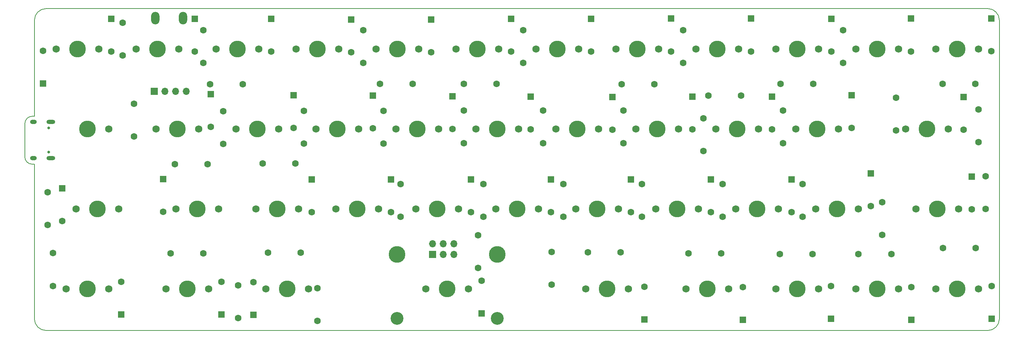
<source format=gbr>
%TF.GenerationSoftware,KiCad,Pcbnew,(5.0.0)*%
%TF.CreationDate,2018-08-30T21:22:28+03:00*%
%TF.ProjectId,cpm43,63706D34332E6B696361645F70636200,rev?*%
%TF.SameCoordinates,Original*%
%TF.FileFunction,Soldermask,Top*%
%TF.FilePolarity,Negative*%
%FSLAX46Y46*%
G04 Gerber Fmt 4.6, Leading zero omitted, Abs format (unit mm)*
G04 Created by KiCad (PCBNEW (5.0.0)) date 08/30/18 21:22:28*
%MOMM*%
%LPD*%
G01*
G04 APERTURE LIST*
%ADD10C,0.200000*%
%ADD11O,2.000000X3.000000*%
%ADD12O,1.700000X1.700000*%
%ADD13R,1.700000X1.700000*%
%ADD14C,1.600000*%
%ADD15R,1.600000X1.600000*%
%ADD16C,1.750000*%
%ADD17C,3.987800*%
%ADD18C,3.048000*%
%ADD19O,1.600000X1.000000*%
%ADD20O,2.100000X1.000000*%
%ADD21C,0.650000*%
G04 APERTURE END LIST*
D10*
X33274000Y-97282000D02*
X32766000Y-97282000D01*
X32766000Y-85852000D02*
X33274000Y-85852000D01*
X33274000Y-62992000D02*
X33274000Y-85852000D01*
X33274000Y-97282000D02*
X33274000Y-134112000D01*
X30988000Y-87630000D02*
X30988000Y-95504000D01*
X30988000Y-87630000D02*
G75*
G02X32766000Y-85852000I1778000J0D01*
G01*
X32766000Y-97282000D02*
G75*
G02X30988000Y-95504000I0J1778000D01*
G01*
X36068000Y-60198000D02*
X260350000Y-60198000D01*
X260350000Y-136906000D02*
X36068000Y-136906000D01*
X263144000Y-62992000D02*
X263144000Y-134112000D01*
X260350000Y-60198000D02*
G75*
G02X263144000Y-62992000I0J-2794000D01*
G01*
X263144000Y-134112000D02*
G75*
G02X260350000Y-136906000I-2794000J0D01*
G01*
X36068000Y-136906000D02*
G75*
G02X33274000Y-134112000I0J2794000D01*
G01*
X33274000Y-62992000D02*
G75*
G02X36068000Y-60198000I2794000J0D01*
G01*
D11*
%TO.C,P?*%
X68707000Y-62484000D03*
%TD*%
D12*
%TO.C,SPI1*%
X133197600Y-116255800D03*
X133197600Y-118795800D03*
X130657600Y-116255800D03*
X130657600Y-118795800D03*
X128117600Y-116255800D03*
D13*
X128117600Y-118795800D03*
%TD*%
D14*
%TO.C,D1*%
X51562000Y-70422600D03*
D15*
X51562000Y-62622600D03*
%TD*%
%TO.C,D2*%
X71501000Y-62648000D03*
D14*
X71501000Y-70448000D03*
%TD*%
%TO.C,D3*%
X89687400Y-70448000D03*
D15*
X89687400Y-62648000D03*
%TD*%
%TO.C,D4*%
X108762800Y-62800400D03*
D14*
X108762800Y-70600400D03*
%TD*%
%TO.C,D5*%
X127812800Y-70625800D03*
D15*
X127812800Y-62825800D03*
%TD*%
D14*
%TO.C,D6*%
X146837400Y-70422600D03*
D15*
X146837400Y-62622600D03*
%TD*%
D14*
%TO.C,D7*%
X165887400Y-70422600D03*
D15*
X165887400Y-62622600D03*
%TD*%
D14*
%TO.C,D8*%
X184937400Y-70397200D03*
D15*
X184937400Y-62597200D03*
%TD*%
D14*
%TO.C,D9*%
X204012800Y-70397200D03*
D15*
X204012800Y-62597200D03*
%TD*%
D14*
%TO.C,D10*%
X223088200Y-70422600D03*
D15*
X223088200Y-62622600D03*
%TD*%
D14*
%TO.C,D11*%
X242112800Y-70397200D03*
D15*
X242112800Y-62597200D03*
%TD*%
D14*
%TO.C,D12*%
X261175500Y-70384500D03*
D15*
X261175500Y-62584500D03*
%TD*%
D14*
%TO.C,D13*%
X35306000Y-70268000D03*
D15*
X35306000Y-78068000D03*
%TD*%
D14*
%TO.C,D14*%
X75311000Y-88355000D03*
D15*
X75311000Y-80555000D03*
%TD*%
D14*
%TO.C,D15*%
X94996000Y-88609000D03*
D15*
X94996000Y-80809000D03*
%TD*%
D14*
%TO.C,D16*%
X113919000Y-88736000D03*
D15*
X113919000Y-80936000D03*
%TD*%
D14*
%TO.C,D17*%
X132842000Y-88863000D03*
D15*
X132842000Y-81063000D03*
%TD*%
D14*
%TO.C,D18*%
X151511000Y-88990000D03*
D15*
X151511000Y-81190000D03*
%TD*%
%TO.C,D19*%
X170942000Y-81253500D03*
D14*
X170942000Y-89053500D03*
%TD*%
%TO.C,D20*%
X189992000Y-88990000D03*
D15*
X189992000Y-81190000D03*
%TD*%
D14*
%TO.C,D21*%
X208978500Y-88990000D03*
D15*
X208978500Y-81190000D03*
%TD*%
D14*
%TO.C,D22*%
X227901500Y-88672500D03*
D15*
X227901500Y-80872500D03*
%TD*%
D14*
%TO.C,D23*%
X254635000Y-89053500D03*
D15*
X254635000Y-81253500D03*
%TD*%
D14*
%TO.C,D24*%
X39878000Y-110834000D03*
D15*
X39878000Y-103034000D03*
%TD*%
%TO.C,D25*%
X63982600Y-100836900D03*
D14*
X63982600Y-108636900D03*
%TD*%
D15*
%TO.C,D26*%
X99314000Y-100875000D03*
D14*
X99314000Y-108675000D03*
%TD*%
D15*
%TO.C,D27*%
X118237000Y-100875000D03*
D14*
X118237000Y-108675000D03*
%TD*%
D15*
%TO.C,D28*%
X137287000Y-100875000D03*
D14*
X137287000Y-108675000D03*
%TD*%
D15*
%TO.C,D29*%
X156337000Y-100875000D03*
D14*
X156337000Y-108675000D03*
%TD*%
%TO.C,D30*%
X175387000Y-108675000D03*
D15*
X175387000Y-100875000D03*
%TD*%
%TO.C,D31*%
X194437000Y-100875000D03*
D14*
X194437000Y-108675000D03*
%TD*%
D15*
%TO.C,D32*%
X213614000Y-100875000D03*
D14*
X213614000Y-108675000D03*
%TD*%
D15*
%TO.C,D33*%
X232537000Y-99478000D03*
D14*
X232537000Y-107278000D03*
%TD*%
D15*
%TO.C,D34*%
X256540000Y-100240000D03*
D14*
X256540000Y-108040000D03*
%TD*%
D15*
%TO.C,D35*%
X53975000Y-133059000D03*
D14*
X53975000Y-125259000D03*
%TD*%
D15*
%TO.C,D36*%
X77851000Y-133059000D03*
D14*
X77851000Y-125259000D03*
%TD*%
D15*
%TO.C,D37*%
X85471000Y-133186000D03*
D14*
X85471000Y-125386000D03*
%TD*%
D15*
%TO.C,D38*%
X139827000Y-132868500D03*
D14*
X139827000Y-125068500D03*
%TD*%
D15*
%TO.C,D39*%
X178562000Y-134265500D03*
D14*
X178562000Y-126465500D03*
%TD*%
D15*
%TO.C,D40*%
X202057000Y-134392500D03*
D14*
X202057000Y-126592500D03*
%TD*%
D15*
%TO.C,D41*%
X223012000Y-134125800D03*
D14*
X223012000Y-126325800D03*
%TD*%
D15*
%TO.C,D42*%
X242189000Y-134392500D03*
D14*
X242189000Y-126592500D03*
%TD*%
D15*
%TO.C,D43*%
X261302500Y-134138500D03*
D14*
X261302500Y-126338500D03*
%TD*%
D16*
%TO.C,MX1*%
X48599960Y-69856480D03*
X38439960Y-69856480D03*
D17*
X43519960Y-69856480D03*
%TD*%
%TO.C,MX2*%
X62569960Y-69856480D03*
D16*
X57489960Y-69856480D03*
X67649960Y-69856480D03*
%TD*%
D17*
%TO.C,MX3*%
X81619960Y-69856480D03*
D16*
X76539960Y-69856480D03*
X86699960Y-69856480D03*
%TD*%
%TO.C,MX4*%
X105749960Y-69856480D03*
X95589960Y-69856480D03*
D17*
X100669960Y-69856480D03*
%TD*%
D16*
%TO.C,MX5*%
X124799960Y-69856480D03*
X114639960Y-69856480D03*
D17*
X119719960Y-69856480D03*
%TD*%
D16*
%TO.C,MX6*%
X143849960Y-69856480D03*
X133689960Y-69856480D03*
D17*
X138769960Y-69856480D03*
%TD*%
D16*
%TO.C,MX7*%
X162899960Y-69856480D03*
X152739960Y-69856480D03*
D17*
X157819960Y-69856480D03*
%TD*%
%TO.C,MX8*%
X176869960Y-69856480D03*
D16*
X171789960Y-69856480D03*
X181949960Y-69856480D03*
%TD*%
%TO.C,MX9*%
X200999960Y-69856480D03*
X190839960Y-69856480D03*
D17*
X195919960Y-69856480D03*
%TD*%
%TO.C,MX10*%
X214969960Y-69856480D03*
D16*
X209889960Y-69856480D03*
X220049960Y-69856480D03*
%TD*%
%TO.C,MX11*%
X239099960Y-69856480D03*
X228939960Y-69856480D03*
D17*
X234019960Y-69856480D03*
%TD*%
%TO.C,MX12*%
X253069960Y-69856480D03*
D16*
X247989960Y-69856480D03*
X258149960Y-69856480D03*
%TD*%
D17*
%TO.C,MX14*%
X67330520Y-88906480D03*
D16*
X62250520Y-88906480D03*
X72410520Y-88906480D03*
%TD*%
%TO.C,MX15*%
X91460520Y-88906480D03*
X81300520Y-88906480D03*
D17*
X86380520Y-88906480D03*
%TD*%
%TO.C,MX16*%
X105430520Y-88906480D03*
D16*
X100350520Y-88906480D03*
X110510520Y-88906480D03*
%TD*%
%TO.C,MX17*%
X129560520Y-88906480D03*
X119400520Y-88906480D03*
D17*
X124480520Y-88906480D03*
%TD*%
D16*
%TO.C,MX18*%
X148610520Y-88906480D03*
X138450520Y-88906480D03*
D17*
X143530520Y-88906480D03*
%TD*%
D16*
%TO.C,MX19*%
X167660520Y-88906480D03*
X157500520Y-88906480D03*
D17*
X162580520Y-88906480D03*
%TD*%
D16*
%TO.C,MX20*%
X186710520Y-88906480D03*
X176550520Y-88906480D03*
D17*
X181630520Y-88906480D03*
%TD*%
D16*
%TO.C,MX21*%
X205760520Y-88906480D03*
X195600520Y-88906480D03*
D17*
X200680520Y-88906480D03*
%TD*%
%TO.C,MX22*%
X219730520Y-88906480D03*
D16*
X214650520Y-88906480D03*
X224810520Y-88906480D03*
%TD*%
D17*
%TO.C,MX23*%
X245924960Y-88902200D03*
D16*
X240844960Y-88902200D03*
X251004960Y-88902200D03*
%TD*%
D17*
%TO.C,MX24*%
X48280320Y-107955080D03*
D16*
X43200320Y-107955080D03*
X53360320Y-107955080D03*
%TD*%
D17*
%TO.C,MX25*%
X72087920Y-107955680D03*
D16*
X67007920Y-107955680D03*
X77167920Y-107955680D03*
%TD*%
D17*
%TO.C,MX26*%
X91137920Y-107955680D03*
D16*
X86057920Y-107955680D03*
X96217920Y-107955680D03*
%TD*%
%TO.C,MX27*%
X115267920Y-107955680D03*
X105107920Y-107955680D03*
D17*
X110187920Y-107955680D03*
%TD*%
%TO.C,MX28*%
X129237920Y-107955680D03*
D16*
X124157920Y-107955680D03*
X134317920Y-107955680D03*
%TD*%
D17*
%TO.C,MX29*%
X148287920Y-107955680D03*
D16*
X143207920Y-107955680D03*
X153367920Y-107955680D03*
%TD*%
D17*
%TO.C,MX30*%
X167337920Y-107955680D03*
D16*
X162257920Y-107955680D03*
X172417920Y-107955680D03*
%TD*%
D17*
%TO.C,MX31*%
X186387920Y-107955680D03*
D16*
X181307920Y-107955680D03*
X191467920Y-107955680D03*
%TD*%
%TO.C,MX32*%
X210517920Y-107955680D03*
X200357920Y-107955680D03*
D17*
X205437920Y-107955680D03*
%TD*%
D16*
%TO.C,MX33*%
X229567920Y-107955680D03*
X219407920Y-107955680D03*
D17*
X224487920Y-107955680D03*
%TD*%
%TO.C,MX35*%
X45900340Y-127002540D03*
D16*
X40820340Y-127002540D03*
X50980340Y-127002540D03*
%TD*%
%TO.C,MX36*%
X74792240Y-127002540D03*
X64632240Y-127002540D03*
D17*
X69712240Y-127002540D03*
%TD*%
D16*
%TO.C,MX37*%
X98602800Y-127002540D03*
X88442800Y-127002540D03*
D17*
X93522800Y-127002540D03*
%TD*%
%TO.C,MX38*%
X131607560Y-126994920D03*
D16*
X136687560Y-126994920D03*
X126527560Y-126994920D03*
D18*
X143545560Y-133979920D03*
X119669560Y-133979920D03*
D17*
X143545560Y-118739920D03*
X119669560Y-118739920D03*
%TD*%
%TO.C,MX39*%
X169722200Y-127002540D03*
D16*
X164642200Y-127002540D03*
X174802200Y-127002540D03*
%TD*%
%TO.C,MX40*%
X198615300Y-127002540D03*
X188455300Y-127002540D03*
D17*
X193535300Y-127002540D03*
%TD*%
%TO.C,MX41*%
X214967220Y-127002540D03*
D16*
X209887220Y-127002540D03*
X220047220Y-127002540D03*
%TD*%
D17*
%TO.C,MX42*%
X234017220Y-127002540D03*
D16*
X228937220Y-127002540D03*
X239097220Y-127002540D03*
%TD*%
D17*
%TO.C,MX43*%
X253067220Y-127002540D03*
D16*
X247987220Y-127002540D03*
X258147220Y-127002540D03*
%TD*%
D14*
%TO.C,NPNR1*%
X156514800Y-125972400D03*
X156514800Y-118172400D03*
%TD*%
%TO.C,R1*%
X238506000Y-81444000D03*
X238506000Y-89244000D03*
%TD*%
%TO.C,R2*%
X100711000Y-134608400D03*
X100711000Y-126808400D03*
%TD*%
%TO.C,R3*%
X54330600Y-71337000D03*
X54330600Y-63537000D03*
%TD*%
%TO.C,R4*%
X73533000Y-73115000D03*
X73533000Y-65315000D03*
%TD*%
%TO.C,R5*%
X82894000Y-78232000D03*
X75094000Y-78232000D03*
%TD*%
%TO.C,R6*%
X111633000Y-73115000D03*
X111633000Y-65315000D03*
%TD*%
%TO.C,R7*%
X123407000Y-78105000D03*
X115607000Y-78105000D03*
%TD*%
%TO.C,R8*%
X143346000Y-78105000D03*
X135546000Y-78105000D03*
%TD*%
%TO.C,R9*%
X149733000Y-73115000D03*
X149733000Y-65315000D03*
%TD*%
%TO.C,R10*%
X180938000Y-78232000D03*
X173138000Y-78232000D03*
%TD*%
%TO.C,R11*%
X187833000Y-73115000D03*
X187833000Y-65315000D03*
%TD*%
%TO.C,R12*%
X218784000Y-78105000D03*
X210984000Y-78105000D03*
%TD*%
%TO.C,R13*%
X225933000Y-73115000D03*
X225933000Y-65315000D03*
%TD*%
%TO.C,R14*%
X257392000Y-78105000D03*
X249592000Y-78105000D03*
%TD*%
%TO.C,R15*%
X57023000Y-90641000D03*
X57023000Y-82841000D03*
%TD*%
%TO.C,R16*%
X78232000Y-84644400D03*
X78232000Y-92444400D03*
%TD*%
%TO.C,R17*%
X97434400Y-92342800D03*
X97434400Y-84542800D03*
%TD*%
%TO.C,R18*%
X116433600Y-84542800D03*
X116433600Y-92342800D03*
%TD*%
%TO.C,R19*%
X135534400Y-84492000D03*
X135534400Y-92292000D03*
%TD*%
%TO.C,R20*%
X154482800Y-92292000D03*
X154482800Y-84492000D03*
%TD*%
%TO.C,R21*%
X173545500Y-84492000D03*
X173545500Y-92292000D03*
%TD*%
%TO.C,R22*%
X192608200Y-94120800D03*
X192608200Y-86320800D03*
%TD*%
%TO.C,R23*%
X201639000Y-80899000D03*
X193839000Y-80899000D03*
%TD*%
%TO.C,R24*%
X211582000Y-92292000D03*
X211582000Y-84492000D03*
%TD*%
%TO.C,R25*%
X258191000Y-92038000D03*
X258191000Y-84238000D03*
%TD*%
%TO.C,R26*%
X36449000Y-111723000D03*
X36449000Y-103923000D03*
%TD*%
%TO.C,R27*%
X66712000Y-97282000D03*
X74512000Y-97282000D03*
%TD*%
%TO.C,R28*%
X95467000Y-97129600D03*
X87667000Y-97129600D03*
%TD*%
%TO.C,R29*%
X120523000Y-109818000D03*
X120523000Y-102018000D03*
%TD*%
%TO.C,R30*%
X140208000Y-102018000D03*
X140208000Y-109818000D03*
%TD*%
%TO.C,R31*%
X159258000Y-102018000D03*
X159258000Y-109818000D03*
%TD*%
%TO.C,R32*%
X177995580Y-109787520D03*
X177995580Y-101987520D03*
%TD*%
%TO.C,R33*%
X197231000Y-102018000D03*
X197231000Y-109818000D03*
%TD*%
%TO.C,R34*%
X216281000Y-109818000D03*
X216281000Y-102018000D03*
%TD*%
%TO.C,R35*%
X235204000Y-106336000D03*
X235204000Y-114136000D03*
%TD*%
%TO.C,R36*%
X259842000Y-107913000D03*
X259842000Y-100113000D03*
%TD*%
%TO.C,R37*%
X37719000Y-118481000D03*
X37719000Y-126281000D03*
%TD*%
%TO.C,R38*%
X73496000Y-118491000D03*
X65696000Y-118491000D03*
%TD*%
%TO.C,R39*%
X88937000Y-118364000D03*
X96737000Y-118364000D03*
%TD*%
%TO.C,R40*%
X138963400Y-122035400D03*
X138963400Y-114235400D03*
%TD*%
%TO.C,R41*%
X165137000Y-118300500D03*
X172937000Y-118300500D03*
%TD*%
%TO.C,R42*%
X189076500Y-118491000D03*
X196876500Y-118491000D03*
%TD*%
%TO.C,R43*%
X218657000Y-118681500D03*
X210857000Y-118681500D03*
%TD*%
%TO.C,R44*%
X229589500Y-118681500D03*
X237389500Y-118681500D03*
%TD*%
%TO.C,R45*%
X257468200Y-117271800D03*
X249668200Y-117271800D03*
%TD*%
%TO.C,RGBR1*%
X81788000Y-133948000D03*
X81788000Y-126148000D03*
%TD*%
D17*
%TO.C,MX34*%
X248305320Y-107952540D03*
D16*
X243225320Y-107952540D03*
X253385320Y-107952540D03*
%TD*%
D17*
%TO.C,MX13*%
X45899960Y-88906480D03*
D16*
X50979960Y-88906480D03*
%TD*%
D19*
%TO.C,USB1*%
X33016500Y-87183500D03*
X33016500Y-95823500D03*
D20*
X37196500Y-87183500D03*
X37196500Y-95823500D03*
D21*
X36666500Y-94393500D03*
X36666500Y-88613500D03*
%TD*%
D12*
%TO.C,J1*%
X69443600Y-79933800D03*
X66903600Y-79933800D03*
X64363600Y-79933800D03*
D13*
X61823600Y-79933800D03*
%TD*%
D11*
%TO.C,P?*%
X62103000Y-62484000D03*
%TD*%
M02*

</source>
